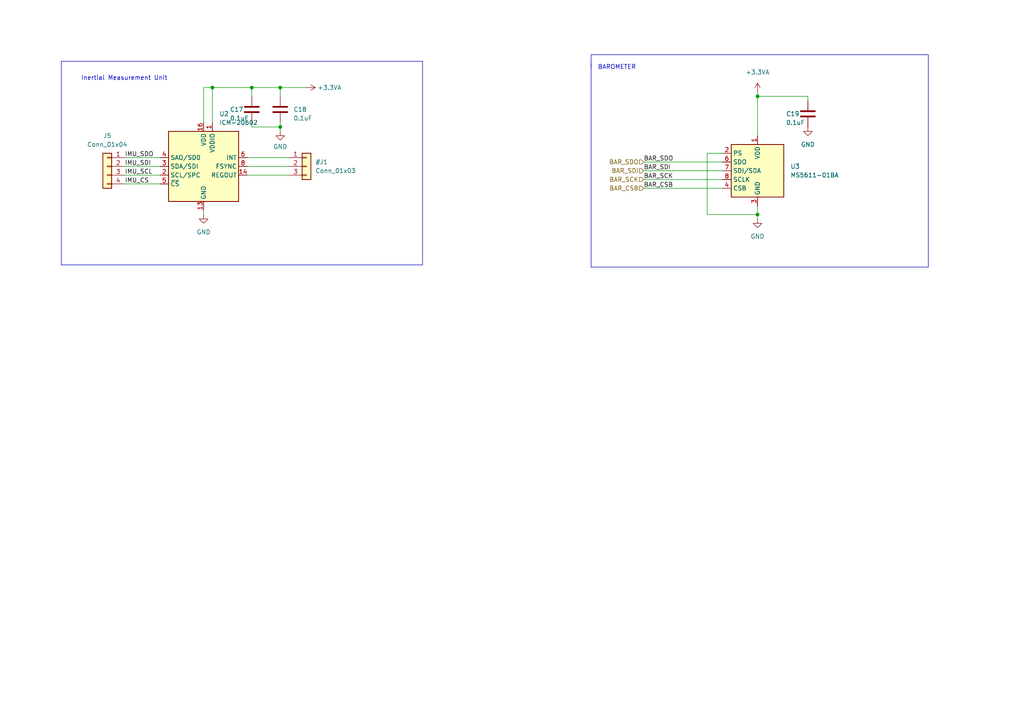
<source format=kicad_sch>
(kicad_sch (version 20230121) (generator eeschema)
  (paper "A4")
  (lib_symbols
    (symbol "Connector_Generic:Conn_01x03" (pin_names (offset 1.016) hide)
      (property "Reference" "J" (at 0 5.08 0))
      (property "Value" "Conn_01x03" (at 0 -5.08 0))
      (symbol "Conn_01x03_1_1"
        (rectangle (start -1.27 -2.413) (end 0 -2.667) (stroke (width 0.1524)))
        (rectangle (start -1.27 0.127) (end 0 -0.127) (stroke (width 0.1524)))
        (rectangle (start -1.27 2.667) (end 0 2.413) (stroke (width 0.1524)))
        (rectangle (start -1.27 3.81) (end 1.27 -3.81) (stroke (width 0.254)) (fill (type background)))
        (pin passive line (at -5.08 2.54 0) (length 3.81) (name "Pin_1") (number "1"))
        (pin passive line (at -5.08 0 0) (length 3.81) (name "Pin_2") (number "2"))
        (pin passive line (at -5.08 -2.54 0) (length 3.81) (name "Pin_3") (number "3"))
      )
    )
    (symbol "Connector_Generic:Conn_01x04" (pin_names (offset 1.016) hide)
      (property "Reference" "J" (at 0 5.08 0))
      (property "Value" "Conn_01x04" (at 0 -7.62 0))
      (symbol "Conn_01x04_1_1"
        (rectangle (start -1.27 -4.953) (end 0 -5.207) (stroke (width 0.1524)))
        (rectangle (start -1.27 -2.413) (end 0 -2.667) (stroke (width 0.1524)))
        (rectangle (start -1.27 0.127) (end 0 -0.127) (stroke (width 0.1524)))
        (rectangle (start -1.27 2.667) (end 0 2.413) (stroke (width 0.1524)))
        (rectangle (start -1.27 3.81) (end 1.27 -6.35) (stroke (width 0.254)) (fill (type background)))
        (pin passive line (at -5.08 2.54 0) (length 3.81) (name "Pin_1") (number "1"))
        (pin passive line (at -5.08 0 0) (length 3.81) (name "Pin_2") (number "2"))
        (pin passive line (at -5.08 -2.54 0) (length 3.81) (name "Pin_3") (number "3"))
        (pin passive line (at -5.08 -5.08 0) (length 3.81) (name "Pin_4") (number "4"))
      )
    )
    (symbol "Device:C" (pin_numbers hide) (pin_names (offset 0.254))
      (property "Reference" "C" (at 0.635 2.54 0))
      (property "Value" "C" (at 0.635 -2.54 0))
      (symbol "C_0_1"
        (polyline (pts (xy -2.032 -0.762) (xy 2.032 -0.762)) (stroke (width 0.508)))
        (polyline (pts (xy -2.032 0.762) (xy 2.032 0.762)) (stroke (width 0.508)))
      )
      (symbol "C_1_1"
        (pin passive line (at 0 3.81 270) (length 2.794) (name "~") (number "1"))
        (pin passive line (at 0 -3.81 90) (length 2.794) (name "~") (number "2"))
      )
    )
    (symbol "Sensor_Motion:ICM-20602"
      (property "Reference" "U" (at -10.16 11.43 0))
      (property "Value" "ICM-20602" (at 10.16 11.43 0))
      (symbol "ICM-20602_0_1"
        (rectangle (start -10.16 10.16) (end 10.16 -10.16) (stroke (width 0.254)) (fill (type background)))
      )
      (symbol "ICM-20602_1_1"
        (pin power_in line (at 2.54 12.7 270) (length 2.54) (name "VDDIO") (number "1"))
        (pin passive line (at 0 -12.7 90) (length 2.54) hide (name "GND") (number "10"))
        (pin passive line (at 0 -12.7 90) (length 2.54) hide (name "GND") (number "11"))
        (pin passive line (at 0 -12.7 90) (length 2.54) hide (name "GND") (number "12"))
        (pin power_in line (at 0 -12.7 90) (length 2.54) (name "GND") (number "13"))
        (pin passive line (at 12.7 -2.54 180) (length 2.54) (name "REGOUT") (number "14"))
        (pin passive line (at 0 -12.7 90) (length 2.54) hide (name "GND") (number "15"))
        (pin power_in line (at 0 12.7 270) (length 2.54) (name "VDD") (number "16"))
        (pin input line (at -12.7 -2.54 0) (length 2.54) (name "SCL/SPC") (number "2"))
        (pin bidirectional line (at -12.7 0 0) (length 2.54) (name "SDA/SDI") (number "3"))
        (pin bidirectional line (at -12.7 2.54 0) (length 2.54) (name "SAO/SD0") (number "4"))
        (pin input line (at -12.7 -5.08 0) (length 2.54) (name "~{CS}") (number "5"))
        (pin output line (at 12.7 2.54 180) (length 2.54) (name "INT") (number "6"))
        (pin no_connect line (at -10.16 5.08 0) (length 2.54) hide (name "RESV") (number "7"))
        (pin input line (at 12.7 0 180) (length 2.54) (name "FSYNC") (number "8"))
        (pin passive line (at 0 -12.7 90) (length 2.54) hide (name "GND") (number "9"))
      )
    )
    (symbol "Sensor_Pressure:MS5611-01BA"
      (property "Reference" "U" (at -6.35 8.89 0))
      (property "Value" "MS5611-01BA" (at 7.62 8.89 0))
      (symbol "MS5611-01BA_0_1"
        (rectangle (start -7.62 7.62) (end 7.62 -7.62) (stroke (width 0.254)) (fill (type background)))
      )
      (symbol "MS5611-01BA_1_1"
        (pin power_in line (at 0 10.16 270) (length 2.54) (name "VDD") (number "1"))
        (pin input line (at -10.16 5.08 0) (length 2.54) (name "PS") (number "2"))
        (pin power_in line (at 0 -10.16 90) (length 2.54) (name "GND") (number "3"))
        (pin input line (at -10.16 -5.08 0) (length 2.54) (name "CSB") (number "4"))
        (pin input line (at -10.16 -5.08 0) (length 2.54) hide (name "CSB") (number "5"))
        (pin output line (at -10.16 2.54 0) (length 2.54) (name "SDO") (number "6"))
        (pin bidirectional line (at -10.16 0 0) (length 2.54) (name "SDI/SDA") (number "7"))
        (pin input line (at -10.16 -2.54 0) (length 2.54) (name "SCLK") (number "8"))
      )
    )
    (symbol "power:+3.3VA" (power) (pin_names (offset 0))
      (property "Value" "+3.3VA" (at 0 3.556 0))
      (symbol "+3.3VA_0_1"
        (polyline (pts (xy -0.762 1.27) (xy 0 2.54)))
        (polyline (pts (xy 0 0) (xy 0 2.54)))
        (polyline (pts (xy 0 2.54) (xy 0.762 1.27)))
      )
      (symbol "+3.3VA_1_1"
        (pin power_in line (at 0 0 90) (length 0) hide (name "+3.3VA") (number "1"))
      )
    )
    (symbol "power:GND" (power) (pin_names (offset 0))
      (property "Value" "GND" (at 0 -3.81 0))
      (symbol "GND_0_1"
        (polyline (pts (xy 0 0) (xy 0 -1.27) (xy 1.27 -1.27) (xy 0 -2.54) (xy -1.27 -1.27) (xy 0 -1.27)))
      )
      (symbol "GND_1_1"
        (pin power_in line (at 0 0 270) (length 0) hide (name "GND") (number "1"))
      )
    )
  )
  (junction (at 81.28 36.83))
  (junction (at 219.71 62.23))
  (junction (at 61.595 25.4))
  (junction (at 73.025 25.4))
  (junction (at 81.28 25.4))
  (junction (at 219.71 27.94))
  (wire (pts (xy 36.195 48.26) (xy 46.355 48.26)))
  (polyline (pts (xy 17.78 17.78) (xy 122.555 17.78)))
  (polyline (pts (xy 269.24 77.47) (xy 269.24 15.875)))
  (wire (pts (xy 59.055 25.4) (xy 61.595 25.4)))
  (wire (pts (xy 36.195 53.34) (xy 46.355 53.34)))
  (polyline (pts (xy 122.555 76.835) (xy 122.555 17.78)))
  (polyline (pts (xy 171.45 77.47) (xy 269.24 77.47)))
  (wire (pts (xy 219.71 26.67) (xy 219.71 27.94)))
  (wire (pts (xy 59.055 35.56) (xy 59.055 25.4)))
  (wire (pts (xy 234.315 27.94) (xy 234.315 29.21)))
  (wire (pts (xy 61.595 25.4) (xy 61.595 35.56)))
  (wire (pts (xy 81.28 25.4) (xy 88.9 25.4)))
  (wire (pts (xy 186.69 52.07) (xy 209.55 52.07)))
  (wire (pts (xy 71.755 45.72) (xy 83.82 45.72)))
  (wire (pts (xy 205.105 44.45) (xy 205.105 62.23)))
  (wire (pts (xy 219.71 27.94) (xy 234.315 27.94)))
  (wire (pts (xy 71.755 50.8) (xy 83.82 50.8)))
  (wire (pts (xy 186.69 46.99) (xy 209.55 46.99)))
  (wire (pts (xy 73.025 25.4) (xy 73.025 27.94)))
  (wire (pts (xy 73.025 36.83) (xy 81.28 36.83)))
  (polyline (pts (xy 17.78 76.835) (xy 122.555 76.835)))
  (polyline (pts (xy 171.45 18.415) (xy 171.45 77.47)))
  (wire (pts (xy 71.755 48.26) (xy 83.82 48.26)))
  (wire (pts (xy 219.71 27.94) (xy 219.71 39.37)))
  (wire (pts (xy 219.71 62.23) (xy 219.71 63.5)))
  (wire (pts (xy 81.28 36.83) (xy 81.28 35.56)))
  (wire (pts (xy 36.195 45.72) (xy 46.355 45.72)))
  (wire (pts (xy 81.28 36.83) (xy 81.28 38.1)))
  (wire (pts (xy 186.69 54.61) (xy 209.55 54.61)))
  (wire (pts (xy 73.025 35.56) (xy 73.025 36.83)))
  (polyline (pts (xy 171.45 15.875) (xy 171.45 19.685)))
  (wire (pts (xy 61.595 25.4) (xy 73.025 25.4)))
  (wire (pts (xy 186.69 49.53) (xy 209.55 49.53)))
  (wire (pts (xy 209.55 44.45) (xy 205.105 44.45)))
  (polyline (pts (xy 17.78 17.78) (xy 17.78 76.835)))
  (wire (pts (xy 36.195 50.8) (xy 46.355 50.8)))
  (wire (pts (xy 205.105 62.23) (xy 219.71 62.23)))
  (wire (pts (xy 73.025 25.4) (xy 81.28 25.4)))
  (wire (pts (xy 59.055 60.96) (xy 59.055 62.23)))
  (wire (pts (xy 81.28 25.4) (xy 81.28 27.94)))
  (polyline (pts (xy 269.24 15.875) (xy 171.45 15.875)))
  (wire (pts (xy 219.71 59.69) (xy 219.71 62.23)))
  (text "BAROMETER" (at 173.355 20.32 0) (effects (font (size 1.27 1.27)) (justify left bottom)))
  (text "Inertial Measurement Unit" (at 23.495 23.495 0) (effects (font (size 1.27 1.27)) (justify left bottom)))
  (label "IMU_SCL" (at 36.195 50.8 0))
  (label "BAR_SDI" (at 186.69 49.53 0))
  (label "BAR_SCK" (at 186.69 52.07 0))
  (label "IMU_SDO" (at 36.195 45.72 0))
  (label "IMU_CS" (at 36.195 53.34 0))
  (label "IMU_SDI" (at 36.195 48.26 0))
  (label "BAR_CSB" (at 186.69 54.61 0))
  (label "BAR_SDO" (at 186.69 46.99 0))
  (hierarchical_label "BAR_CSB" (shape input) (at 186.69 54.61 180))
  (hierarchical_label "BAR_SDO" (shape input) (at 186.69 46.99 180))
  (hierarchical_label "BAR_SDI" (shape input) (at 186.69 49.53 180))
  (hierarchical_label "BAR_SCK" (shape input) (at 186.69 52.07 180))
  (symbol (lib_id "Device:C") (at 234.315 33.02 0) (unit 1)
    (property "Reference" "C19" (at 227.965 33.02 0) (effects (justify left)))
    (property "Value" "0.1uF" (at 227.965 35.56 0) (effects (justify left)))
    (property "Footprint" "Capacitor_SMD:C_0805_2012Metric_Pad1.18x1.45mm_HandSolder" (effects hide))
  )
  (symbol (lib_id "power:GND") (at 219.71 63.5 0) (unit 1)
    (property "Reference" "#PWR021" (effects hide))
    (property "Value" "GND" (at 219.71 68.58 0))
  )
  (symbol (lib_id "Connector_Generic:Conn_01x04") (at 31.115 48.26 0) (mirror y) (unit 1)
    (property "Reference" "J5" (at 31.115 39.37 0))
    (property "Value" "Conn_01x04" (at 31.115 41.91 0))
    (property "Footprint" "Connector_PinHeader_2.00mm:PinHeader_1x04_P2.00mm_Vertical" (effects hide))
  )
  (symbol (lib_id "power:+3.3VA") (at 88.9 25.4 270) (unit 1)
    (property "Reference" "#PWR019" (effects hide))
    (property "Value" "+3.3VA" (at 92.075 25.3999 90) (effects (justify left)))
  )
  (symbol (lib_id "Connector_Generic:Conn_01x03") (at 88.9 48.26 0) (unit 1)
    (property "Reference" "#J1" (at 91.44 46.9899 0) (effects (justify left)))
    (property "Value" "Conn_01x03" (at 91.44 49.5299 0) (effects (justify left)))
    (property "Footprint" "Connector_PinHeader_1.27mm:PinHeader_1x03_P1.27mm_Vertical" (effects hide))
  )
  (symbol (lib_id "Sensor_Motion:ICM-20602") (at 59.055 48.26 0) (unit 1)
    (property "Reference" "U2" (at 63.6144 33.02 0) (effects (justify left)))
    (property "Value" "ICM-20602" (at 63.6144 35.56 0) (effects (justify left)))
    (property "Footprint" "Package_LGA:LGA-16_3x3mm_P0.5mm_LayoutBorder3x5y" (effects hide))
    (property "Datasheet" "http://www.invensense.com/wp-content/uploads/2016/10/DS-000176-ICM-20602-v1.0.pdf" (effects hide))
  )
  (symbol (lib_id "Sensor_Pressure:MS5611-01BA") (at 219.71 49.53 0) (unit 1)
    (property "Reference" "U3" (at 229.235 48.2599 0) (effects (justify left)))
    (property "Value" "MS5611-01BA" (at 229.235 50.7999 0) (effects (justify left)))
    (property "Footprint" "Package_LGA:LGA-8_3x5mm_P1.25mm" (effects hide))
    (property "Datasheet" "https://www.te.com/commerce/DocumentDelivery/DDEController?Action=srchrtrv&DocNm=MS5611-01BA03&DocType=Data+Sheet&DocLang=English" (effects hide))
  )
  (symbol (lib_id "Device:C") (at 81.28 31.75 0) (unit 1)
    (property "Reference" "C18" (at 85.09 31.75 0) (effects (justify left)))
    (property "Value" "0.1uF" (at 85.09 34.29 0) (effects (justify left)))
    (property "Footprint" "Capacitor_SMD:C_0805_2012Metric_Pad1.18x1.45mm_HandSolder" (effects hide))
  )
  (symbol (lib_id "Device:C") (at 73.025 31.75 0) (unit 1)
    (property "Reference" "C17" (at 66.675 31.75 0) (effects (justify left)))
    (property "Value" "0.1uF" (at 66.675 34.29 0) (effects (justify left)))
    (property "Footprint" "Capacitor_SMD:C_0805_2012Metric_Pad1.18x1.45mm_HandSolder" (effects hide))
  )
  (symbol (lib_id "power:GND") (at 81.28 38.1 0) (unit 1)
    (property "Reference" "#PWR018" (effects hide))
    (property "Value" "GND" (at 81.28 42.545 0))
  )
  (symbol (lib_id "power:+3.3VA") (at 219.71 26.67 0) (unit 1)
    (property "Reference" "#PWR020" (effects hide))
    (property "Value" "+3.3VA" (at 219.71 20.955 0))
  )
  (symbol (lib_id "power:GND") (at 234.315 36.83 0) (unit 1)
    (property "Reference" "#PWR022" (effects hide))
    (property "Value" "GND" (at 234.315 41.91 0))
  )
  (symbol (lib_id "power:GND") (at 59.055 62.23 0) (unit 1)
    (property "Reference" "#PWR017" (effects hide))
    (property "Value" "GND" (at 59.055 67.31 0))
  )
)
</source>
